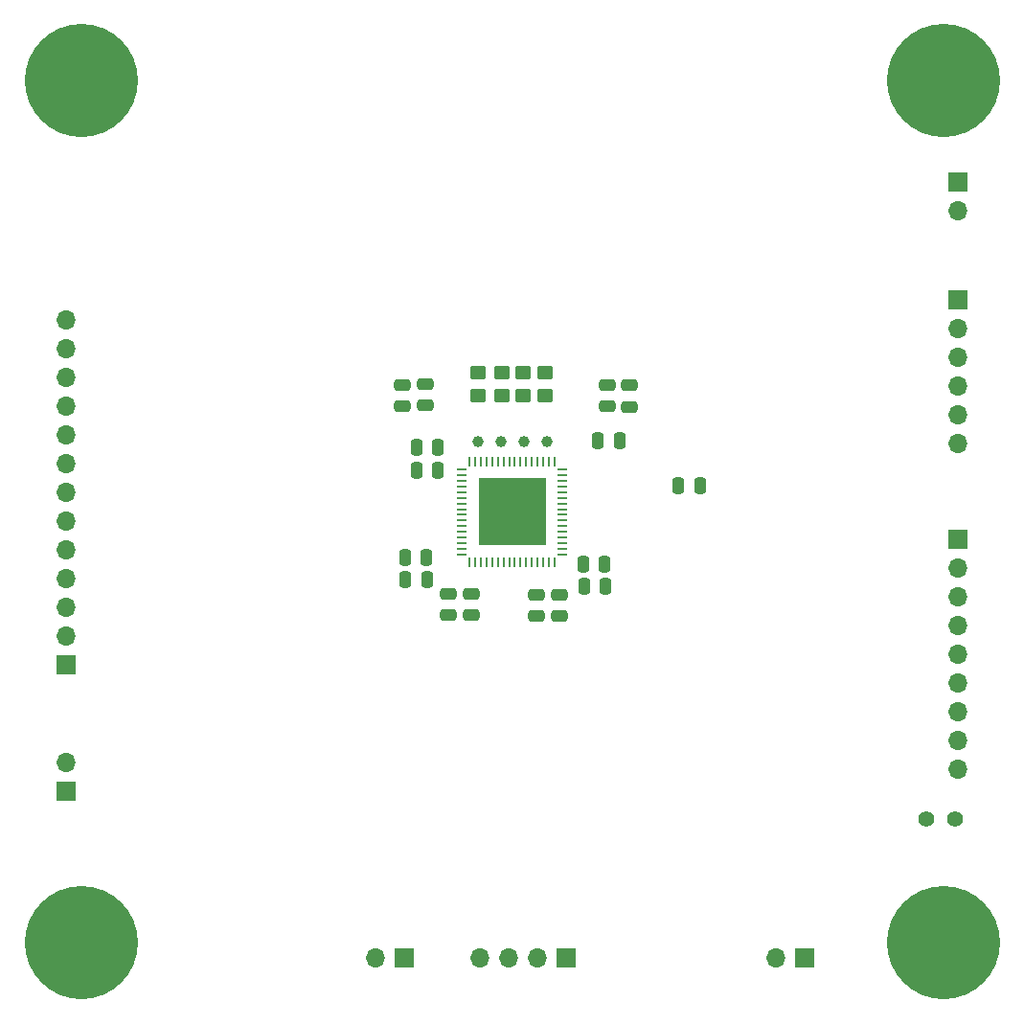
<source format=gbr>
%TF.GenerationSoftware,KiCad,Pcbnew,9.0.0-rc1*%
%TF.CreationDate,2025-01-08T18:27:09+01:00*%
%TF.ProjectId,HBST,48425354-2e6b-4696-9361-645f70636258,rev?*%
%TF.SameCoordinates,Original*%
%TF.FileFunction,Soldermask,Top*%
%TF.FilePolarity,Negative*%
%FSLAX46Y46*%
G04 Gerber Fmt 4.6, Leading zero omitted, Abs format (unit mm)*
G04 Created by KiCad (PCBNEW 9.0.0-rc1) date 2025-01-08 18:27:09*
%MOMM*%
%LPD*%
G01*
G04 APERTURE LIST*
G04 Aperture macros list*
%AMRoundRect*
0 Rectangle with rounded corners*
0 $1 Rounding radius*
0 $2 $3 $4 $5 $6 $7 $8 $9 X,Y pos of 4 corners*
0 Add a 4 corners polygon primitive as box body*
4,1,4,$2,$3,$4,$5,$6,$7,$8,$9,$2,$3,0*
0 Add four circle primitives for the rounded corners*
1,1,$1+$1,$2,$3*
1,1,$1+$1,$4,$5*
1,1,$1+$1,$6,$7*
1,1,$1+$1,$8,$9*
0 Add four rect primitives between the rounded corners*
20,1,$1+$1,$2,$3,$4,$5,0*
20,1,$1+$1,$4,$5,$6,$7,0*
20,1,$1+$1,$6,$7,$8,$9,0*
20,1,$1+$1,$8,$9,$2,$3,0*%
G04 Aperture macros list end*
%ADD10R,6.000000X6.000000*%
%ADD11RoundRect,0.062500X-0.062500X-0.375000X0.062500X-0.375000X0.062500X0.375000X-0.062500X0.375000X0*%
%ADD12RoundRect,0.062500X-0.375000X-0.062500X0.375000X-0.062500X0.375000X0.062500X-0.375000X0.062500X0*%
%ADD13C,10.000000*%
%ADD14C,5.400000*%
%ADD15RoundRect,0.250000X-0.250000X-0.475000X0.250000X-0.475000X0.250000X0.475000X-0.250000X0.475000X0*%
%ADD16O,1.700000X1.700000*%
%ADD17R,1.700000X1.700000*%
%ADD18C,1.000000*%
%ADD19RoundRect,0.250000X0.475000X-0.250000X0.475000X0.250000X-0.475000X0.250000X-0.475000X-0.250000X0*%
%ADD20RoundRect,0.250000X-0.475000X0.250000X-0.475000X-0.250000X0.475000X-0.250000X0.475000X0.250000X0*%
%ADD21RoundRect,0.250000X0.450000X-0.350000X0.450000X0.350000X-0.450000X0.350000X-0.450000X-0.350000X0*%
%ADD22RoundRect,0.250000X0.250000X0.475000X-0.250000X0.475000X-0.250000X-0.475000X0.250000X-0.475000X0*%
%ADD23C,1.400000*%
G04 APERTURE END LIST*
D10*
%TO.C,U1*%
X149500000Y-99500000D03*
D11*
X145750000Y-95062500D03*
X146250000Y-95062500D03*
X146750000Y-95062500D03*
X147250000Y-95062500D03*
X147750000Y-95062500D03*
X148250000Y-95062500D03*
X148750000Y-95062500D03*
X149250000Y-95062500D03*
X149750000Y-95062500D03*
X150250000Y-95062500D03*
X150750000Y-95062500D03*
X151250000Y-95062500D03*
X151750000Y-95062500D03*
X152250000Y-95062500D03*
X152750000Y-95062500D03*
X153250000Y-95062500D03*
D12*
X153937500Y-95750000D03*
X153937500Y-96250000D03*
X153937500Y-96750000D03*
X153937500Y-97250000D03*
X153937500Y-97750000D03*
X153937500Y-98250000D03*
X153937500Y-98750000D03*
X153937500Y-99250000D03*
X153937500Y-99750000D03*
X153937500Y-100250000D03*
X153937500Y-100750000D03*
X153937500Y-101250000D03*
X153937500Y-101750000D03*
X153937500Y-102250000D03*
X153937500Y-102750000D03*
X153937500Y-103250000D03*
D11*
X153250000Y-103937500D03*
X152750000Y-103937500D03*
X152250000Y-103937500D03*
X151750000Y-103937500D03*
X151250000Y-103937500D03*
X150750000Y-103937500D03*
X150250000Y-103937500D03*
X149750000Y-103937500D03*
X149250000Y-103937500D03*
X148750000Y-103937500D03*
X148250000Y-103937500D03*
X147750000Y-103937500D03*
X147250000Y-103937500D03*
X146750000Y-103937500D03*
X146250000Y-103937500D03*
X145750000Y-103937500D03*
D12*
X145062500Y-103250000D03*
X145062500Y-102750000D03*
X145062500Y-102250000D03*
X145062500Y-101750000D03*
X145062500Y-101250000D03*
X145062500Y-100750000D03*
X145062500Y-100250000D03*
X145062500Y-99750000D03*
X145062500Y-99250000D03*
X145062500Y-98750000D03*
X145062500Y-98250000D03*
X145062500Y-97750000D03*
X145062500Y-97250000D03*
X145062500Y-96750000D03*
X145062500Y-96250000D03*
X145062500Y-95750000D03*
%TD*%
D13*
%TO.C,H1*%
X111400000Y-61400000D03*
D14*
X111400000Y-61400000D03*
%TD*%
D13*
%TO.C,H2*%
X111400000Y-137600000D03*
D14*
X111400000Y-137600000D03*
%TD*%
D13*
%TO.C,H3*%
X187600000Y-137600000D03*
D14*
X187600000Y-137600000D03*
%TD*%
D13*
%TO.C,H4*%
X187600000Y-61400000D03*
D14*
X187600000Y-61400000D03*
%TD*%
D15*
%TO.C,C2*%
X142950000Y-95800000D03*
X141050000Y-95800000D03*
%TD*%
D16*
%TO.C,J6*%
X137460000Y-138900000D03*
D17*
X140000000Y-138900000D03*
%TD*%
D18*
%TO.C,TP1*%
X146500000Y-93237500D03*
%TD*%
D19*
%TO.C,C16*%
X159900000Y-88300000D03*
X159900000Y-90200000D03*
%TD*%
D15*
%TO.C,C9*%
X159000000Y-93200000D03*
X157100000Y-93200000D03*
%TD*%
D20*
%TO.C,C7*%
X153700000Y-108700000D03*
X153700000Y-106800000D03*
%TD*%
D18*
%TO.C,TP3*%
X150550000Y-93237500D03*
%TD*%
D16*
%TO.C,J3*%
X146680000Y-138925000D03*
X149220000Y-138925000D03*
X151760000Y-138925000D03*
D17*
X154300000Y-138925000D03*
%TD*%
D16*
%TO.C,J1*%
X188925000Y-93450000D03*
X188925000Y-90910000D03*
X188925000Y-88370000D03*
X188925000Y-85830000D03*
X188925000Y-83290000D03*
D17*
X188925000Y-80750000D03*
%TD*%
D19*
%TO.C,C15*%
X157920000Y-88250000D03*
X157920000Y-90150000D03*
%TD*%
D18*
%TO.C,TP2*%
X148500000Y-93237500D03*
%TD*%
D19*
%TO.C,C13*%
X139800000Y-88250000D03*
X139800000Y-90150000D03*
%TD*%
D15*
%TO.C,C3*%
X141950000Y-103500000D03*
X140050000Y-103500000D03*
%TD*%
D16*
%TO.C,J7*%
X188925000Y-72900000D03*
D17*
X188925000Y-70360000D03*
%TD*%
D16*
%TO.C,J2*%
X110100000Y-121600000D03*
D17*
X110100000Y-124140000D03*
%TD*%
D21*
%TO.C,R1*%
X146500000Y-89212500D03*
X146500000Y-87212500D03*
%TD*%
D16*
%TO.C,J8*%
X172800000Y-138900000D03*
D17*
X175340000Y-138900000D03*
%TD*%
D15*
%TO.C,C12*%
X157700000Y-104100000D03*
X155800000Y-104100000D03*
%TD*%
D20*
%TO.C,C8*%
X151700000Y-108700000D03*
X151700000Y-106800000D03*
%TD*%
D16*
%TO.C,J5*%
X188900000Y-122220000D03*
X188900000Y-119680000D03*
X188900000Y-117140000D03*
X188900000Y-114600000D03*
X188900000Y-112060000D03*
X188900000Y-109520000D03*
X188900000Y-106980000D03*
X188900000Y-104440000D03*
D17*
X188900000Y-101900000D03*
%TD*%
D15*
%TO.C,C11*%
X157750000Y-106100000D03*
X155850000Y-106100000D03*
%TD*%
D21*
%TO.C,R2*%
X148600000Y-87187500D03*
X148600000Y-89187500D03*
%TD*%
%TO.C,R4*%
X152450000Y-89187500D03*
X152450000Y-87187500D03*
%TD*%
D19*
%TO.C,C14*%
X141800000Y-88200000D03*
X141800000Y-90100000D03*
%TD*%
D15*
%TO.C,C4*%
X142000000Y-105500000D03*
X140100000Y-105500000D03*
%TD*%
%TO.C,C10*%
X166100000Y-97200000D03*
X164200000Y-97200000D03*
%TD*%
D22*
%TO.C,C1*%
X141050000Y-93800000D03*
X142950000Y-93800000D03*
%TD*%
D21*
%TO.C,R3*%
X150500000Y-89187500D03*
X150500000Y-87187500D03*
%TD*%
D18*
%TO.C,TP4*%
X152550000Y-93237500D03*
%TD*%
D19*
%TO.C,C6*%
X145900000Y-106700000D03*
X145900000Y-108600000D03*
%TD*%
%TO.C,C5*%
X143900000Y-106700000D03*
X143900000Y-108600000D03*
%TD*%
D23*
%TO.C,JP2*%
X188640000Y-126650000D03*
X186100000Y-126650000D03*
%TD*%
D16*
%TO.C,J4*%
X110100000Y-82500000D03*
X110100000Y-85040000D03*
X110100000Y-87580000D03*
X110100000Y-90120000D03*
X110100000Y-92660000D03*
X110100000Y-95200000D03*
X110100000Y-97740000D03*
X110100000Y-100280000D03*
X110100000Y-102820000D03*
X110100000Y-105360000D03*
X110100000Y-107900000D03*
X110100000Y-110440000D03*
D17*
X110100000Y-112980000D03*
%TD*%
M02*

</source>
